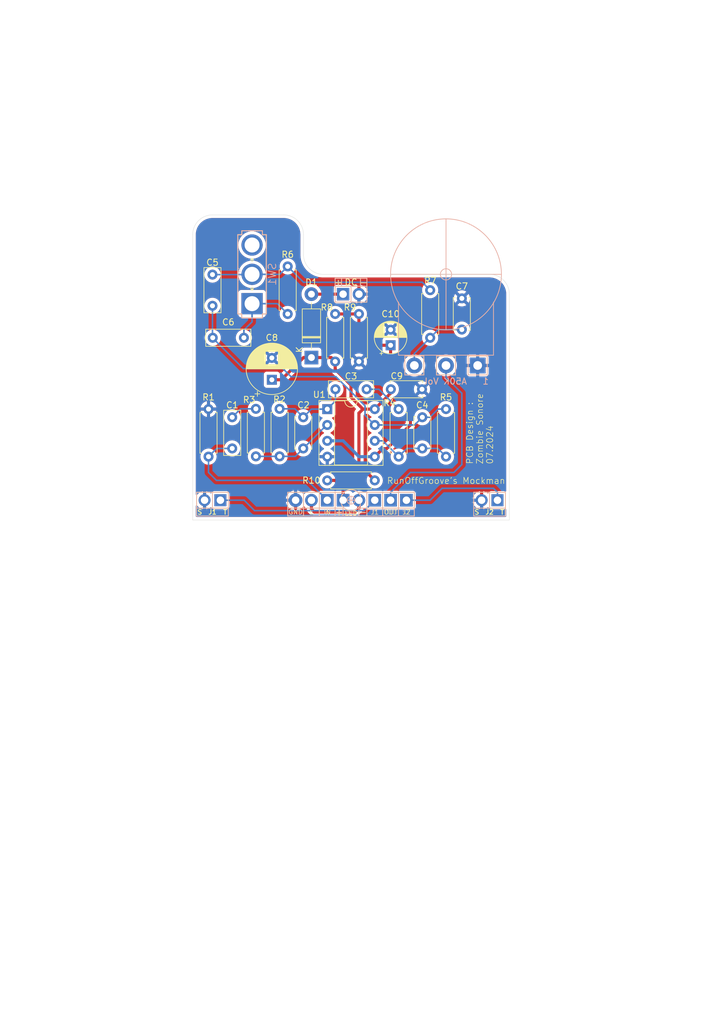
<source format=kicad_pcb>
(kicad_pcb
	(version 20240108)
	(generator "pcbnew")
	(generator_version "8.0")
	(general
		(thickness 1.6)
		(legacy_teardrops no)
	)
	(paper "A4")
	(layers
		(0 "F.Cu" signal)
		(31 "B.Cu" signal)
		(32 "B.Adhes" user "B.Adhesive")
		(33 "F.Adhes" user "F.Adhesive")
		(34 "B.Paste" user)
		(35 "F.Paste" user)
		(36 "B.SilkS" user "B.Silkscreen")
		(37 "F.SilkS" user "F.Silkscreen")
		(38 "B.Mask" user)
		(39 "F.Mask" user)
		(40 "Dwgs.User" user "User.Drawings")
		(41 "Cmts.User" user "User.Comments")
		(42 "Eco1.User" user "User.Eco1")
		(43 "Eco2.User" user "User.Eco2")
		(44 "Edge.Cuts" user)
		(45 "Margin" user)
		(46 "B.CrtYd" user "B.Courtyard")
		(47 "F.CrtYd" user "F.Courtyard")
		(48 "B.Fab" user)
		(49 "F.Fab" user)
		(50 "User.1" user)
		(51 "User.2" user)
		(52 "User.3" user)
		(53 "User.4" user)
		(54 "User.5" user)
		(55 "User.6" user)
		(56 "User.7" user)
		(57 "User.8" user)
		(58 "User.9" user)
	)
	(setup
		(pad_to_mask_clearance 0)
		(allow_soldermask_bridges_in_footprints no)
		(pcbplotparams
			(layerselection 0x00010fc_ffffffff)
			(plot_on_all_layers_selection 0x0000000_00000000)
			(disableapertmacros no)
			(usegerberextensions no)
			(usegerberattributes yes)
			(usegerberadvancedattributes yes)
			(creategerberjobfile yes)
			(dashed_line_dash_ratio 12.000000)
			(dashed_line_gap_ratio 3.000000)
			(svgprecision 4)
			(plotframeref no)
			(viasonmask no)
			(mode 1)
			(useauxorigin no)
			(hpglpennumber 1)
			(hpglpenspeed 20)
			(hpglpendiameter 15.000000)
			(pdf_front_fp_property_popups yes)
			(pdf_back_fp_property_popups yes)
			(dxfpolygonmode yes)
			(dxfimperialunits yes)
			(dxfusepcbnewfont yes)
			(psnegative no)
			(psa4output no)
			(plotreference yes)
			(plotvalue yes)
			(plotfptext yes)
			(plotinvisibletext no)
			(sketchpadsonfab no)
			(subtractmaskfromsilk no)
			(outputformat 1)
			(mirror no)
			(drillshape 1)
			(scaleselection 1)
			(outputdirectory "")
		)
	)
	(net 0 "")
	(net 1 "/SEND")
	(net 2 "Net-(C1-Pad2)")
	(net 3 "Net-(U1A--)")
	(net 4 "Net-(C2-Pad2)")
	(net 5 "Net-(C3-Pad2)")
	(net 6 "Net-(C4-Pad2)")
	(net 7 "Net-(U1B--)")
	(net 8 "Net-(SW1-B)")
	(net 9 "Net-(SW1-A)")
	(net 10 "Net-(C7-Pad2)")
	(net 11 "GND")
	(net 12 "/+9V")
	(net 13 "/Vref")
	(net 14 "Net-(D1-A)")
	(net 15 "/L+")
	(net 16 "/OUT")
	(net 17 "/IN")
	(net 18 "/RETURN")
	(net 19 "Net-(IO1-Pin_2)")
	(footprint "Capacitor_THT:C_Disc_D5.0mm_W2.5mm_P5.00mm" (layer "F.Cu") (at 87.59 91.4 90))
	(footprint "Madbean_enclosures:3PDT" (layer "F.Cu") (at 95.25 139.7))
	(footprint "Resistor_THT:R_Axial_DIN0207_L6.3mm_D2.5mm_P7.62mm_Horizontal" (layer "F.Cu") (at 102.89 85.09 -90))
	(footprint "Resistor_THT:R_Axial_DIN0207_L6.3mm_D2.5mm_P7.62mm_Horizontal" (layer "F.Cu") (at 92.71 69.85 -90))
	(footprint "Resistor_THT:R_Axial_DIN0207_L6.3mm_D2.5mm_P7.62mm_Horizontal" (layer "F.Cu") (at 110.49 92.71 90))
	(footprint "Madbean_jacks:DC_TS" (layer "F.Cu") (at 95.25 66.675))
	(footprint "Package_DIP:DIP-8_W7.62mm_Socket" (layer "F.Cu") (at 91.44 85.1))
	(footprint "Madbean_jacks:2PADS_TS" (layer "F.Cu") (at 73.025 99.695 180))
	(footprint "Capacitor_THT:CP_Radial_D8.0mm_P3.50mm" (layer "F.Cu") (at 82.55 80.392651 90))
	(footprint "Diode_THT:D_DO-41_SOD81_P10.16mm_Horizontal" (layer "F.Cu") (at 88.9 76.835 90))
	(footprint "Capacitor_THT:C_Disc_D5.0mm_W2.5mm_P5.00mm" (layer "F.Cu") (at 113.03 67.35 -90))
	(footprint "Madbean_enclosures:LUMBURG_SIDE" (layer "F.Cu") (at 120.811364 123.19))
	(footprint "Resistor_THT:R_Axial_DIN0207_L6.3mm_D2.5mm_P7.62mm_Horizontal" (layer "F.Cu") (at 83.79 92.67 90))
	(footprint "Capacitor_THT:CP_Radial_D5.0mm_P2.50mm" (layer "F.Cu") (at 101.6 74.865113 90))
	(footprint "Capacitor_THT:C_Disc_D5.0mm_W2.5mm_P5.00mm" (layer "F.Cu") (at 106.69 91.4 90))
	(footprint "Capacitor_THT:C_Rect_L7.0mm_W2.5mm_P5.00mm" (layer "F.Cu") (at 76.19 91.4 90))
	(footprint "Capacitor_THT:C_Rect_L7.0mm_W2.5mm_P5.00mm" (layer "F.Cu") (at 73.025 68.54 90))
	(footprint "Resistor_THT:R_Axial_DIN0207_L6.3mm_D2.5mm_P7.62mm_Horizontal" (layer "F.Cu") (at 91.44 96.52))
	(footprint "Resistor_THT:R_Axial_DIN0207_L6.3mm_D2.5mm_P7.62mm_Horizontal" (layer "F.Cu") (at 72.39 92.71 90))
	(footprint "Madbean_enclosures:DC_TOP"
		(layer "F.Cu")
		(uuid "9dfa6a9a-59c0-4907-807e-89d707e2d0aa")
		(at 95.25 44.785)
		(property "Reference" "Ref**"
			(at 0 0 0)
			(layer "Dwgs.User")
			(hide yes)
			(uuid "f6862294-8325-460d-9807-e9df95b45522")
			(effects
				(font
					(size 1.524 1.524)
					(thickness 0.15)
				)
			)
		)
		(property "Value" "Val**"
			(at 0 0 0)
			(layer "Dwgs.User")
			(hide yes)
			(uuid "e8e6281f-270f-4fe6-b445-732f9eae9f91")
			(effects
				(font
					(size 1.524 1.524)
					(thickness 0.15)
				)
			)
		)
		(property "Footprint" "Madbean_enclosures:DC_TOP"
			(at 0 0 0)
			(layer "F.Fab")
			(hide yes)
			(uuid "34fd6660-2ad3-457c-aadb-b57020360f0d")
			(effects
				(font
					(size 1.27 1.27)
					(thickness 0.15)
				)
			)
		)
		(property "Datasheet" ""
			(at 0 0 0)
			(layer "F.Fab")
			(hide yes)
			(uuid "4a0550b3-3301-4ed1-bd70-0fdc00df9efc")
			(effects
				(font
					(size 1.27 1.27)
					(thickness 0.15)
				)
			)
		)
		(property "Description" ""
			(at 0 0 0)
			(layer "F.Fab")
			(hide yes)
			(uuid "5c3225fe-f2b1-4a4e-88df-88234814ba77")
			(effects
				(font
					(size 1.27 1.27)
					(thickness 0.15)
				)
			)
		)
		(attr through_hole dnp)
		(fp_line
			(start -5 -1.65)
			(end -4.5 -1.65)
			(stroke
				(width 0.127)
				(type solid)
			)
			(layer "Dwgs.User")
			(uuid "90c468d9-2d44-4f3b-869a-04c93eb2a083")
		)
		(fp_line
			(start -5 -1.65)
			(end -4.5 -1.65)
			(stroke
				(width 0.127)
				(type solid)
			)
			(layer "Dwgs.User")
			(uuid "bacb934d-ac98-4d08-8d1b-325b884b44cb")
		)
		(fp_line
			(start -5 1.65)
			(end -5 -1.65)
			(stroke
				(width 0.127)
				(type solid)
			)
			(layer "Dwgs.User")
			(uuid "5b99f732-f8a2-4992-aa8c-06cbcfe62eef")
		)
		(fp_line
			(start -5 1.65)
			(end -5 -1.65)
			(stroke
				(width 0.127)
				(type solid)
			)
			(layer "Dwgs.User")
			(uuid "a7fc7615-637c-4b22-8868-6384759b4c18")
		)
		(fp_line
			(start -5 1.65)
			(end -3.825 1.65)
			(stroke
				(width 0.127)
				(type solid)
			)
			(layer "Dwgs.User")
			(uuid "54ebfe80-ec6f-43bd-9892-9f2f4e68317d")
		)
		(fp_line
			(start -5 1.65)
			(end -3.825 1.65)
			(stroke
				(width 0.127)
				(type solid)
			)
			(layer "Dwgs.User")
			(uuid "fa910aff-7aec-4f9c-8415-6c24e4b23f29")
		)
		(fp_line
			(start -4.5 -2)
			(end -4.5 -1.65)
			(stroke
				(width 0.127)
				(type solid)
			)
			(layer "Dwgs.User")
			(uuid "5c590f9c-702b-4f01-bf2c-65e063d0cf9c")
		)
		(fp_line
			(start -4.5 -2)
			(end -4.5 -1.65)
			(stroke
				(width 0.127)
				(type solid)
			)
			(layer "Dwgs.User")
			(uuid "d01e3dd9-b974-47a7-86a8-1d6393f6c2de")
		)
		(fp_line
			(start -4.5 -1.65)
			(end 4.5 -1.65)
			(stroke
				(width 0.127)
				(type solid)
			)
			(layer "Dwgs.User")
			(uuid "1e5e3117-55f9-43cb-bf93-00923faf4373")
		)
		(fp_line
			(start -4.5 -1.65)
			(end 4.5 -1.65)
			(stroke
				(width 0.127)
				(type solid)
			)
			(layer "Dwgs.User")
			(uuid "1ffdda1d-fa63-45c1-b08b-bbe17953e0e7")
		)
		(fp_line
			(start -3.825 1.65)
			(end 3.825 1.65)
			(stroke
				(width 0.127)
				(type solid)
			)
			(layer "Dwgs.User")
			(uuid "21bcb1e7-9648-473f-b2bb-1c2d0b5d2961")
		)
		(fp_line
			(start -3.825 1.65)
			(end 3.825 1.65)
			(stroke
				(width 0.127)
				(type solid)
			)
			(layer "Dwgs.User")
			(uuid "5367f473-e1c7-4f66-9bd2-e0e19564fde4")
		)
		(fp_line
			(start -3.825 3.15)
			(end -3.825 1.65)
			(stroke
				(width 0.127)
				(type solid)
			)
			(layer "Dwgs.User")
			(uuid "0ec0ec14-5aa2-422c-bed1-536b2ef8a78f")
		)
		(fp_line
			(start -3.825 3.15)
			(end -3.825 1.65)
			(stroke
				(width 0.127)
				(type solid)
			)
			(layer "Dwgs.User")
			(uuid "1cf54141-8293-47e0-935f-9eda3ba7cf35")
		)
		(fp_line
			(start -3.825 3.15)
			(end 3.825 3.15)
			(stroke
				(width 0.127)
				(type solid)
			)
			(layer "Dwgs.User")
			(uuid "6c512e25-1b2c-4eaa-a707-14ebf677b021")
		)
		(fp_line
			(start -3.825 3.15)
			(end 3.825 3.15)
			(stroke
				(width 0.127)
				(type solid)
			)
			(layer "Dwgs.User")
			(uuid "f726d82d-a1b7-4a61-a88e-a0aa21b9eb75")
		)
		(fp_line
			(start -3.825 4.65)
			(end -3.825 3.15)
			(stroke
				(width 0.127)
				(type solid)
			)
			(layer "Dwgs.User")
			(uuid "2ab8a98d-0de8-46fd-aea5-511d1e8914ae")
		)
		(fp_line
			(start -3.825 4.65)
			(end -3.825 3.15)
			(stroke
				(width 0.127)
				(type solid)
			)
			(layer "Dwgs.User")
			(uuid "cad14e00-2b29-466f-ac93-812f610d4f39")
		)
		(fp_line
			(start -3.825 4.65)
			(end 3.825 4.65)
			(stroke
				(width 0.127)
				(type solid)
			)
			(layer "Dwgs.User")
			(uuid "94891f72-de1f-40f1-ba25-bc4c93c29b30")
		)
		(fp_line
			(start -3.825 4.65)
			(end 3.825 4.65)
			(stroke
				(width 0.127)
				(type solid)
			)
			(layer "Dwgs.User")
			(uuid "e7b20a33-e54c-476d-a72d-6d1bec7095a1")
		)
		(fp_line
			(start -3.825 5.65)
			(end -3.825 4.65)
			(stroke
				(width 0.127)
				(type solid)
			)
			(layer "Dwgs.User")
			(uuid "429c3a64-837f-4f9f-b48d-680955277f89")
		)
		(fp_line
			(start -3.825 5.65)
			(end -3.825 4.65)
			(stroke
				(width 0.127)
				(type solid)
			)
			(layer "Dwgs.User")
			(uuid "95a96310-5fca-4c73-b91b-f627e0834ead")
		)
		(fp_line
			(start -3.825 5.65)
			(end 3.825 5.65)
			(stroke
				(width 0.127)
				(type solid)
			)
			(layer "Dwgs.User")
			(uuid "137d64c1-70b6-4124-bb54-04efc2d68383")
		)
		(fp_line
			(start -3.825 5.65)
			(end 3.825 5.65)
			(stroke
				(width 0.127)
				(type solid)
			)
			(layer "Dwgs.User")
			(uuid "7f64d8b9-01b2-4d8e-bdf5-353fbc1c5a72")
		)
		(fp_line
			(start -3.825 6.65)
			(end -3.825 5.65)
			(stroke
				(width 0.127)
				(type solid)
			)
			(layer "Dwgs.User")
			(uuid "a346cd22-f642-476b-9dbc-2ee41e681d79")
		)
		(fp_line
			(start -3.825 6.65)
			(end -3.825 5.65)
			(stroke
				(width 0.127)
				(type solid)
			)
			(layer "Dwgs.User")
			(uuid "eb1c92ab-9324-4c38-a09c-178e190e36d8")
		)
		(fp_line
			(start -3.825 6.65)
			(end 3.825 6.65)
			(stroke
				(width 0.127)
				(type solid)
			)
			(layer "Dwgs.User")
			(uuid "16fee857-d17c-4a9e-956c-d32a402f3c36")
		)
		(fp_line
			(start -3.825 6.65)
			(end 3.825 6.65)
			(stroke
				(width 0.127)
				(type solid)
			)
			(layer "Dwgs.User")
			(uuid "1926d5db-352f-4cd7-a8da-41a02492d552")
		)
		(fp_line
			(start -3.825 7.65)
			(end -3.825 6.65)
			(stroke
				(width 0.127)
				(type solid)
			)
			(layer "Dwgs.User")
			(uuid "4d4a0f3f-e617-4a05-a73f-76439de053e2")
		)
		(fp_line
			(start -3.825 7.65)
			(end -3.825 6.65)
			(stroke
				(width 0.127)
				(type solid)
			)
			(layer "Dwgs.User")
			(uuid "c6d98bcb-e9d9-407a-8ad6-c98395f1d046")
		)
		(fp_line
			(start -3.825 7.65)
			(end 3.825 7.65)
			(stroke
				(width 0.127)
				(type solid)
			)
			(layer "Dwgs.User")
			(uuid "77654061-53fd-41f2-bfae-ddae1ceae563")
		)
		(fp_line
			(start -3.825 7.65)
			(end 3.825 7.65)
			(stroke
				(width 0.127)
				(type solid)
			)
			(layer "Dwgs.User")
			(uuid "938e878c-c219-4b9d-9722-36f81253c80a")
		)
		(fp_line
			(start -3.825 8.65)
			(end -3.825 7.65)
			(stroke
				(width 0.127)
				(type solid)
			)
			(layer "Dwgs.User")
			(uuid "64ad7bc4-48f8-400a-a09a-739b72573788")
		)
		(fp_line
			(start -3.825 8.65)
			(end -3.825 7.65)
			(stroke
				(width 0.127)
				(type solid)
			)
			(layer "Dwgs.User")
			(uuid "bf74a8b1-cf87-4a41-a3f4-6f8d3947912c")
		)
		(fp_line
			(start -3.825 8.65)
			(end 3.825 8.65)
			(stroke
				(width 0.127)
				(type solid)
			)
			(layer "Dwgs.User")
			(uuid "ab7153ad-9c54-4f67-b8be-25ffc6a0a2b2")
		)
		(fp_line
			(start -3.825 8.65)
			(end 3.825 8.65)
			(stroke
				(width 0.127)
				(type solid)
			)
			(layer "Dwgs.User")
			(uuid "f745145a-b95b-4ba6-90c9-1fb2dd94544a")
		)
		(fp_line
			(start -3.825 9.65)
			(end -3.825 8.65)
			(stroke
				(width 0.127)
				(type solid)
			)
			(layer "Dwgs.User")
			(uuid "54c31179-f903-45d8-89a5-d5937c0e1cdc")
		)
		(fp_line
			(start -3.825 9.65)
			(end -3.825 8.65)
			(stroke
				(width 0.127)
				(type solid)
			)
			(layer "Dwgs.User")
			(uuid "80499d46-08cf-4bd6-b570-1d88f39bf21e")
		)
		(fp_line
			(start -3.5 9.65)
			(end -3.825 9.65)
			(stroke
				(width 0.127)
				(type solid)
			)
			(layer "Dwgs.User")
			(uuid "04207b9b-15dc-4482-8d5e-35ad3f3e826d")
		)
		(fp_line
			(start -3.5 9.65)
			(end -3.825 9.65)
			(stroke
				(width 0.127)
				(type solid)
			)
			(layer "Dwgs.User")
			(uuid "b21b39c7-fb1e-45ae-ab0e-0ace9d7d7051")
		)
		(fp_line
			(start -3.5 9.65)
			(end -3.5 15.3)
			(stroke
				(width 0.127)
				(type solid)
			)
			(layer "Dwgs.User")
			(uuid "03c459f0-ed53-4fc7-a90a-fdace10de3c9")
		)
		(fp_line
			(start -3.5 9.65)
			(end -3.5 15.3)
			(stroke
				(width 0.127)
				(type solid)
			)
			(layer "Dwgs.User")
			(uuid "bc62be48-5c62-478e-87fa-63ace0b8cfad")
		)
		(fp_line
			(start -3 9.65)
			(end -3.5 9.65)
			(stroke
				(width 0.127)
				(type solid)
			)
			(layer "Dwgs.User")
			(uuid "0291ba8a-0119-428b-8baf-fa4c3748fbe7")
		)
		(fp_line
			(start -3 9.65)
			(end -3.5 9.65)
			(stroke
				(width 0.127)
				(type solid)
			)
			(layer "Dwgs.User")
			(uuid "94380baa-68d0-4abc-8d86-1003bbd053e8")
		)
		(fp_line
			(start -3 9.65)
			(end -3 15.3)
			(stroke
				(width 0.127)
				(type solid)
			)
			(layer "Dwgs.User")
			(uuid "5ac8dd18-3c0a-49b4-83db-f2013e9e3ddd")
		)
		(fp_line
			(start -3 9.65)
			(end -3 15.3)
			(stroke
				(width 0.127)
				(type solid)
			)
			(layer "Dwgs.User")
			(uuid "6f284ca7-346d-4341-9309-f1a723153f7c")
		)
		(fp_line
			(start -3 15.3)
			(end -3.5 15.3)
			(stroke
				(width 0.127)
				(type solid)
			)
			(layer "Dwgs.User")
			(uuid "3c2bca9c-472d-46f1-a3b7-87c35ffb746d")
		)
		(fp_line
			(start -3 15.3)
			(end -3.5 15.3)
			(stroke
				(width 0.127)
				(type solid)
			)
			(layer "Dwgs.User")
			(uuid "a6d707a3-43ca-43e0-a8f4-d37f673dd37d")
		)
		(fp_line
			(start 3 9.65)
			(end -3 9.65)
			(stroke
				(width 0.127)
				(type solid)
			)
			(layer "Dwgs.User")
			(uuid "9747c0e2-e605-4f0a-b198-b97ef6e888a1")
		)
		(fp_line
			(start 3 9.65)
			(end -3 9.65)
			(stroke
				(width 0.127)
				(type solid)
			)
			(layer "Dwgs.User")
			(uuid "ca0b7ed9-5d3c-41ac-8201-60f60a4fc3c4")
		)
		(fp_line
			(start 3 9.65)
			(end 3 13.65)
			(stroke
				(width 0.127)
				(type solid)
			)
			(layer "Dwgs.User")
			(uuid "aa6f5b40-be38-4bac-8fdc-7f7afe10c692")
		)
		(fp_line
			(start 3 9.65)
			(end 3 13.65)
			(stroke
				(width 0.127)
				(type solid)
			)
			(layer "Dwgs.User")
			(uuid "d3fc1a78-4f4f-456e-86b8-3866900088f7")
		)
		(fp_line
			(start 3.5 9.65)
			(end 3 9.65)
			(stroke
				(width 0.127)
				(type solid)
			)
			(layer "Dwgs.User")
			(uuid "e365d06f-045b-466a-8319-168445a996f5")
		)
		(fp_line
			(start 3.5 9.65)
			(end 3 9.65)
			(stroke
				(width 0.127)
				(type solid)
			)
			(layer "Dwgs.User")
			(uuid "ec3febd8-1e38-4cc3-820d-4a41460ce140")
		)
		(fp_line
			(start 3.5 9.65)
			(end 3.5 13.65)
			(stroke
				(width 0.127)
				(type solid)
			)
			(layer "Dwgs.User")
			(uuid "4e88f14c-ca3a-4932-9eb8-d6aa8a5bb764")
		)
		(fp_line
			(start 3.5 9.65)
			(end 3.5 13.65)
			(stroke
				(width 0.127)
				(type solid)
			)
			(layer "Dwgs.User")
			(uuid "72e88ec5-0dee-4e4e-b09f-53ea83fe831b")
		)
		(fp_line
			(start 3.5 13.65)
			(end 3 13.65)
			(stroke
				(width 0.127)
				(type solid)
			)
			(layer "Dwgs.User")
			(uuid "9130d829-f925-4aae-a10c-bba5aaf5368f")
		)
		(fp_line
			(start 3.5 13.65)
			(end 3 13.65)
			(stroke
				(width 0.127)
				(type solid)
			)
			(layer "Dwgs.User")
			(uuid "c48ea2f5-259d-4f94-b18a-818ab51e8e78")
		)
		(fp_line
			(start 3.825 3.15)
			(end 3.825 1.65)
			(stroke
				(width 0.127)
				(type solid)
			)
			(layer "Dwgs.User")
			(uuid "5d755f7f-8c24-436f-b9a7-470a5e44a671")
		)
		(fp_line
			(start 3.825 3.15)
			(end 3.825 1.65)
			(stroke
				(width 0.127)
				(type solid)
			)
			(layer "Dwgs.User")
			(uuid "f6867813-3b14-44d3-aac0-1ead9d35140f")
		)
		(fp_line
			(start 3.825 4.65)
			(end 3.825 3.15)
			(stroke
				(width 0.127)
				(type solid)
			)
			(layer "Dwgs.User")
			(uuid "259a5cc9-9d5a-4959-befe-d55813d32427")
		)
		(fp_line
			(start 3.825 4.65)
			(end 3.825 3.15)
			(stroke
				(width 0.127)
				(type solid)
			)
			(layer "Dwgs.User")
			(uuid "ee315e6a-9b42-4c39-a8c3-d8ce34dced11")
		)
		(fp_line
			(start 3.825 5.65)
			(end 3.825 4.65)
			(stroke
				(width 0.127)
				(type solid)
			)
			(layer "Dwgs.User")
			(uuid "c34db06b-27e9-4066-9c94-353259a5fe4c")
		)
		(fp_line
			(start 3.825 5.65)
			(end 3.825 4.65)
			(stroke
				(width 0.127)
				(type solid)
			)
			(layer "Dwgs.User")
			(uuid "e59a1eb5-307f-445c-b694-9e94d9ac9b51")
		)
		(fp_line
			(start 3.825 6.65)
			(end 3.825 5.65)
			(stroke
				(width 0.127)
				(type solid)
			)
			(layer "Dwgs.User")
			(uuid "a9d0163e-9dff-4b77-8065-4ed00f906524")
		)
		(fp_line
			(start 3.825 6.65)
			(end 3.825 5.65)
			(stroke
				(width 0.127)
				(type solid)
			)
			(layer "Dwgs.User")
			(uuid "d1f1ebb1-0f32-41e2-a53a-b615ef365c51")
		)
		(fp_line
			(start 3.825 7.65)
			(end 3.825 6.65)
			(stroke
				(width 0.127)
				(type solid)
			)
			(layer "Dwgs.User")
			(uuid "1bf1a212-daaa-4312-9c86-9a5431a6581f")
		)
		(fp_line
			(start 3.825 7.65)
			(end 3.825 6.65)
			(stroke
				(width 0.127)
				(type solid)
			)
			(layer "Dwgs.User")
			(uuid "8130f67f-2f88-4fd7-afa1-4baae0ef0c61")
		)
		(fp_line
			(start 3.825 8.65)
			(end 3.825 7.65)
			(stroke
				(width 0.127)
				(type solid)
			)
			(layer "Dwgs.User")
			(uuid "5041a9c4-5f57-46e1-8553-61e89f93f690")
		)
		(fp_line
			(start 3.825 8.65)
			(end 3.825 7.65)
			(stroke
				(width 0.127)
				(type solid)
			)
			(layer "Dwgs.User")
			(uuid "5eaa8062-797c-4510-83a9-0ade57ede134")
		)
		(fp_line
			(start 3.825 9.65)
			(end 3.5 9.65)
			(stroke
				(width 0.127)
				(type solid)
			)
			(layer "Dwgs.User")
			(uuid "25d8460a-65e0-4a58-9e1e-1ca571b1bdcd")
		)
		(fp_line
			(start 3.825 9.65)
			(end 3.5 9.65)
			(stroke
				(width 0.127)
				(type solid)
			)
			(layer "Dwgs.User")
			(uuid "c62cafa8-ca14-43f1-9c11-ff610eaf97b8")
		)
		(fp_line
			(start 3.825 9.65)
			(end 3.825 8.65)
			(stroke
				(width 0.127)
				(type solid)
			)
			(layer "Dwgs.User")
			(uuid "49c70591-7c59-41bd-b175-8350fa82b8a6")
		)
		(fp_line
			(start 3.825 9.65)
			(end 3.825 8.65)
			(stroke
				(width 0.127)
				(type solid)
			)
			(layer "Dwgs.User")
			(uuid "cb5e96d5-727e-43d2-add2-08c0d8201af2")
		)
		(fp_line
			(start 4.5 -2)
			(end -4.5 -2)
			(stroke
				(width 0.127)
				(type solid)
			)
			(layer "Dwgs.User")
			(uuid "1134ffb6-0cd0-4ec8-aae9-e4b58ea5bac4")
		)
		(fp_line
			(start 4.5 -2)
			(end -4.5 -2)
			(stroke
				(width 0.127)
				(type solid)
			)
			(layer "Dwgs.User")
			(uuid "c036dfaa-1d95-4a63-8f5d-2831b27787fe")
		)
		(fp_line
			(start 4.5 -2)
			(end 4.5 -1.65)
			(stroke
				(width 0.127)
				(type solid)
			)
			(layer "Dwgs.User")
			(uuid "f98ec503-73a6-47bc-a093-2334154e3c9a")
		)
		(fp_line
			(start 4.5 -2)
			(end 4.5 -1.65)
			(stroke
				(width 0.127)
				(type solid)
			)
			(layer "Dwgs.User")
			(uuid "fd0d3498-5074-45ff-be2a-017011330531")
		)
		(fp_line
			(start 5 -1.65)
			(end 4.5 -1.65)
			(stroke
				(width 0.127)
				(type solid)
			)
			(layer "Dwgs.User")
			(uuid "8588b60a-91b3-415d-8e47-73ea87180447")
		)
		(fp_line
			(start 5 -1.65)
			(end 4.5 -1.65)
			(stroke
				(width 0.127)
				(type solid)
			)
			(layer "Dwgs.User")
			(uuid "d0cc9191-48c6-4330-934d-f04b64dfaf88")
		)
		(fp_line
			(start 5 -1.65)
			(end 5 1.65)
			(stroke
				(width 0.127)
				(type solid)
			)
			(layer "Dwgs.Us
... [390036 chars truncated]
</source>
